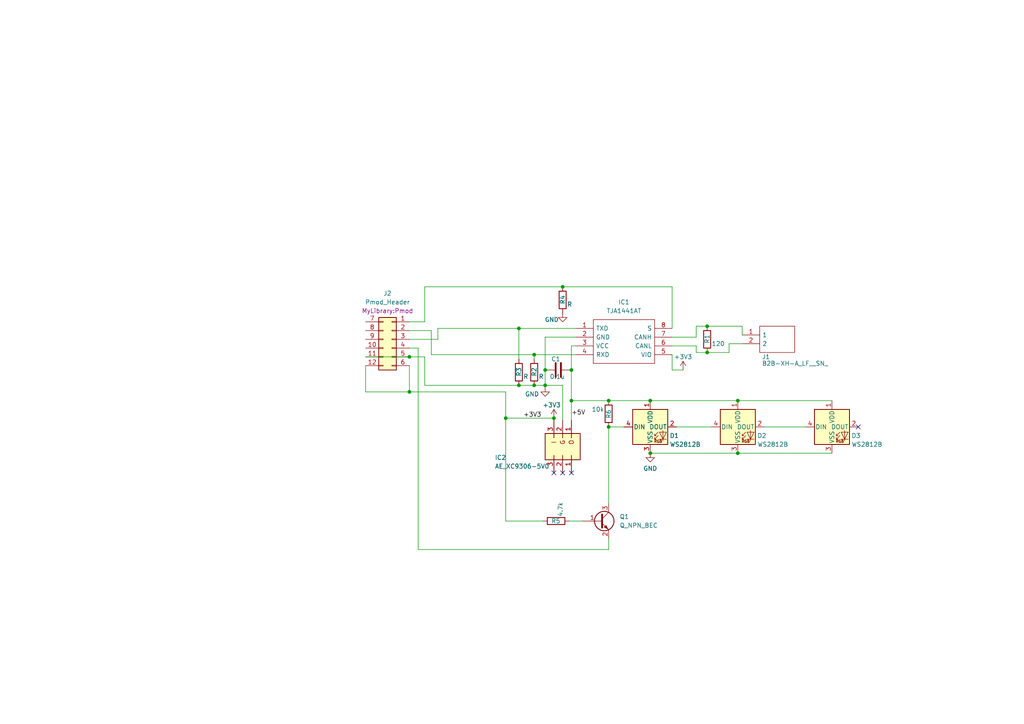
<source format=kicad_sch>
(kicad_sch (version 20230121) (generator eeschema)
  (paper "A4")
  (lib_symbols
    (symbol "Device:C" (pin_numbers hide) (pin_names (offset 0.254))
      (property "Reference" "C" (at 0.635 2.54 0))
      (property "Value" "C" (at 0.635 -2.54 0))
      (symbol "C_0_1"
        (polyline (pts (xy -2.032 -0.762) (xy 2.032 -0.762)) (stroke (width 0.508)))
        (polyline (pts (xy -2.032 0.762) (xy 2.032 0.762)) (stroke (width 0.508)))
      )
      (symbol "C_1_1"
        (pin passive line (at 0 3.81 270) (length 2.794) (name "~") (number "1"))
        (pin passive line (at 0 -3.81 90) (length 2.794) (name "~") (number "2"))
      )
    )
    (symbol "Device:Q_NPN_BEC" (pin_names (offset 0) hide)
      (property "Reference" "Q" (at 5.08 1.27 0))
      (property "Value" "Q_NPN_BEC" (at 5.08 -1.27 0))
      (symbol "Q_NPN_BEC_0_1"
        (polyline (pts (xy 0.635 0.635) (xy 2.54 2.54)))
        (polyline (pts (xy 0.635 -0.635) (xy 2.54 -2.54) (xy 2.54 -2.54)))
        (polyline (pts (xy 0.635 1.905) (xy 0.635 -1.905) (xy 0.635 -1.905)) (stroke (width 0.508)))
        (polyline (pts (xy 1.27 -1.778) (xy 1.778 -1.27) (xy 2.286 -2.286) (xy 1.27 -1.778) (xy 1.27 -1.778)) (fill (type outline)))
        (circle (center 1.27 0) (radius 2.8194) (stroke (width 0.254)))
      )
      (symbol "Q_NPN_BEC_1_1"
        (pin input line (at -5.08 0 0) (length 5.715) (name "B") (number "1"))
        (pin passive line (at 2.54 -5.08 90) (length 2.54) (name "E") (number "2"))
        (pin passive line (at 2.54 5.08 270) (length 2.54) (name "C") (number "3"))
      )
    )
    (symbol "Device:R" (pin_numbers hide) (pin_names (offset 0))
      (property "Reference" "R" (at 2.032 0 90))
      (property "Value" "R" (at 0 0 90))
      (symbol "R_0_1"
        (rectangle (start -1.016 -2.54) (end 1.016 2.54) (stroke (width 0.254)))
      )
      (symbol "R_1_1"
        (pin passive line (at 0 3.81 270) (length 1.27) (name "~") (number "1"))
        (pin passive line (at 0 -3.81 90) (length 1.27) (name "~") (number "2"))
      )
    )
    (symbol "LED:WS2812B" (pin_names (offset 0.254))
      (property "Reference" "D" (at 5.08 5.715 0))
      (property "Value" "WS2812B" (at 1.27 -5.715 0))
      (symbol "WS2812B_0_0"
        (text "RGB" (at 2.286 -4.191 0) (effects (font (size 0.762 0.762))))
      )
      (symbol "WS2812B_0_1"
        (polyline (pts (xy 1.27 -3.556) (xy 1.778 -3.556)))
        (polyline (pts (xy 1.27 -2.54) (xy 1.778 -2.54)))
        (polyline (pts (xy 4.699 -3.556) (xy 2.667 -3.556)))
        (polyline (pts (xy 2.286 -2.54) (xy 1.27 -3.556) (xy 1.27 -3.048)))
        (polyline (pts (xy 2.286 -1.524) (xy 1.27 -2.54) (xy 1.27 -2.032)))
        (polyline (pts (xy 3.683 -1.016) (xy 3.683 -3.556) (xy 3.683 -4.064)))
        (polyline (pts (xy 4.699 -1.524) (xy 2.667 -1.524) (xy 3.683 -3.556) (xy 4.699 -1.524)))
        (rectangle (start 5.08 5.08) (end -5.08 -5.08) (stroke (width 0.254)) (fill (type background)))
      )
      (symbol "WS2812B_1_1"
        (pin power_in line (at 0 7.62 270) (length 2.54) (name "VDD") (number "1"))
        (pin output line (at 7.62 0 180) (length 2.54) (name "DOUT") (number "2"))
        (pin power_in line (at 0 -7.62 90) (length 2.54) (name "VSS") (number "3"))
        (pin input line (at -7.62 0 0) (length 2.54) (name "DIN") (number "4"))
      )
    )
    (symbol "MyLibrary:Pmod_Header" (pin_names (offset 1.016) hide)
      (property "Reference" "J" (at 1.27 7.62 0))
      (property "Value" "Pmod_Header" (at 1.27 -10.16 0))
      (property "Footprint" "MyLibrary:Pmod" (at 0 0 0))
      (symbol "Pmod_Header_1_1"
        (rectangle (start -1.27 -7.493) (end 0 -7.747) (stroke (width 0.1524)))
        (rectangle (start -1.27 -4.953) (end 0 -5.207) (stroke (width 0.1524)))
        (rectangle (start -1.27 -2.413) (end 0 -2.667) (stroke (width 0.1524)))
        (rectangle (start -1.27 0.127) (end 0 -0.127) (stroke (width 0.1524)))
        (rectangle (start -1.27 2.667) (end 0 2.413) (stroke (width 0.1524)))
        (rectangle (start -1.27 5.207) (end 0 4.953) (stroke (width 0.1524)))
        (rectangle (start -1.27 6.35) (end 3.81 -8.89) (stroke (width 0.254)) (fill (type background)))
        (rectangle (start 3.81 -7.493) (end 2.54 -7.747) (stroke (width 0.1524)))
        (rectangle (start 3.81 -4.953) (end 2.54 -5.207) (stroke (width 0.1524)))
        (rectangle (start 3.81 -2.413) (end 2.54 -2.667) (stroke (width 0.1524)))
        (rectangle (start 3.81 0.127) (end 2.54 -0.127) (stroke (width 0.1524)))
        (rectangle (start 3.81 2.667) (end 2.54 2.413) (stroke (width 0.1524)))
        (rectangle (start 3.81 5.207) (end 2.54 4.953) (stroke (width 0.1524)))
        (pin passive line (at 7.62 5.08 180) (length 3.81) (name "Pin_1") (number "1"))
        (pin passive line (at -5.08 -2.54 0) (length 3.81) (name "Pin_10") (number "10"))
        (pin passive line (at -5.08 -5.08 0) (length 3.81) (name "Pin_11") (number "11"))
        (pin power_in line (at -5.08 -7.62 0) (length 3.81) (name "Pin_12") (number "12"))
        (pin passive line (at 7.62 2.54 180) (length 3.81) (name "Pin_2") (number "2"))
        (pin passive line (at 7.62 0 180) (length 3.81) (name "Pin_3") (number "3"))
        (pin passive line (at 7.62 -2.54 180) (length 3.81) (name "Pin_4") (number "4"))
        (pin passive line (at 7.62 -5.08 180) (length 3.81) (name "Pin_5") (number "5"))
        (pin power_in line (at 7.62 -7.62 180) (length 3.81) (name "Pin_6") (number "6"))
        (pin passive line (at -5.08 5.08 0) (length 3.81) (name "Pin_7") (number "7"))
        (pin passive line (at -5.08 2.54 0) (length 3.81) (name "Pin_8") (number "8"))
        (pin passive line (at -5.08 0 0) (length 3.81) (name "Pin_9") (number "9"))
      )
    )
    (symbol "New_Library:AE-XC9306-5V0" (pin_names (offset 0) hide)
      (property "Reference" "5V" (at 0 8.89 0))
      (property "Value" "AE_XC9306-5V0" (at 0 -3.81 0))
      (symbol "AE-XC9306-5V0_0_1"
        (rectangle (start -3.81 7.62) (end 3.81 -2.54) (stroke (width 0.254)) (fill (type background)))
      )
      (symbol "AE-XC9306-5V0_1_1"
        (text "G" (at -1.27 2.54 0) (effects (font (size 1.27 1.27))))
        (text "I" (at -1.27 0 0) (effects (font (size 1.27 1.27))))
        (text "O" (at -1.27 5.08 0) (effects (font (size 1.27 1.27))))
        (pin power_out line (at 7.62 5.08 180) (length 5.08) (name "O") (number "1"))
        (pin power_out line (at -7.62 5.08 0) (length 5.08) (name "~") (number "1"))
        (pin passive line (at -7.62 2.54 0) (length 5.08) (name "G") (number "2"))
        (pin passive line (at 7.62 2.54 180) (length 5.08) (name "G") (number "2"))
        (pin power_in line (at 7.62 0 180) (length 5.08) (name "I") (number "3"))
        (pin power_in line (at -7.62 0 0) (length 5.08) (name "~") (number "3"))
      )
    )
    (symbol "power:+3V3" (power) (pin_names (offset 0))
      (property "Value" "+3V3" (at 0 3.556 0))
      (symbol "+3V3_0_1"
        (polyline (pts (xy -0.762 1.27) (xy 0 2.54)))
        (polyline (pts (xy 0 0) (xy 0 2.54)))
        (polyline (pts (xy 0 2.54) (xy 0.762 1.27)))
      )
      (symbol "+3V3_1_1"
        (pin power_in line (at 0 0 90) (length 0) hide (name "+3V3") (number "1"))
      )
    )
    (symbol "power:GND" (power) (pin_names (offset 0))
      (property "Value" "GND" (at 0 -3.81 0))
      (symbol "GND_0_1"
        (polyline (pts (xy 0 0) (xy 0 -1.27) (xy 1.27 -1.27) (xy 0 -2.54) (xy -1.27 -1.27) (xy 0 -1.27)))
      )
      (symbol "GND_1_1"
        (pin power_in line (at 0 0 270) (length 0) hide (name "GND") (number "1"))
      )
    )
    (symbol "samacsys:B2B-XH-A_LF__SN_" (pin_names (offset 0.762))
      (property "Reference" "J" (at 16.51 7.62 0))
      (property "Value" "B2B-XH-A_LF__SN_" (at 16.51 5.08 0))
      (symbol "B2B-XH-A_LF__SN__0_0"
        (pin passive line (at 0 0 0) (length 5.08) (name "1") (number "1"))
        (pin passive line (at 0 -2.54 0) (length 5.08) (name "2") (number "2"))
      )
      (symbol "B2B-XH-A_LF__SN__0_1"
        (polyline (pts (xy 5.08 2.54) (xy 15.24 2.54) (xy 15.24 -5.08) (xy 5.08 -5.08) (xy 5.08 2.54)) (stroke (width 0.1524)))
      )
    )
    (symbol "samacsys:TJA1441BT_0Z" (pin_names (offset 0.762))
      (property "Reference" "IC1" (at 13.97 7.62 0))
      (property "Value" "TJA1441AT" (at 13.97 5.08 0))
      (symbol "TJA1441BT_0Z_0_0"
        (pin passive line (at 0 0 0) (length 5.08) (name "TXD") (number "1"))
        (pin passive line (at 0 -2.54 0) (length 5.08) (name "GND") (number "2"))
        (pin passive line (at 0 -5.08 0) (length 5.08) (name "VCC") (number "3"))
        (pin passive line (at 0 -7.62 0) (length 5.08) (name "RXD") (number "4"))
        (pin passive line (at 27.94 -5.08 180) (length 5.08) (name "CANL") (number "6"))
        (pin passive line (at 27.94 -2.54 180) (length 5.08) (name "CANH") (number "7"))
        (pin passive line (at 27.94 0 180) (length 5.08) (name "S") (number "8"))
      )
      (symbol "TJA1441BT_0Z_0_1"
        (polyline (pts (xy 5.08 2.54) (xy 22.86 2.54) (xy 22.86 -10.16) (xy 5.08 -10.16) (xy 5.08 2.54)) (stroke (width 0.1524)))
      )
      (symbol "TJA1441BT_0Z_1_0"
        (pin input line (at 27.94 -7.62 180) (length 5.08) (name "VIO") (number "5"))
      )
    )
  )
  (junction (at 146.685 121.285))
  (junction (at 176.53 116.205))
  (junction (at 165.735 116.205))
  (junction (at 165.735 107.315))
  (junction (at 150.495 95.25))
  (junction (at 188.595 116.205))
  (junction (at 213.995 131.445))
  (junction (at 176.53 123.825))
  (junction (at 213.995 116.205))
  (junction (at 205.105 94.615))
  (junction (at 158.115 111.76))
  (junction (at 154.94 102.87))
  (junction (at 163.195 83.185))
  (junction (at 205.105 102.235))
  (junction (at 160.655 121.285))
  (junction (at 150.495 111.76))
  (junction (at 188.595 131.445))
  (junction (at 118.745 103.505))
  (junction (at 118.745 113.665))
  (junction (at 154.94 111.76))
  (junction (at 158.115 107.315))
  (no_connect (at 165.735 137.16))
  (no_connect (at 160.655 137.16))
  (no_connect (at 248.92 123.825))
  (no_connect (at 163.195 137.16))
  (wire (pts (xy 163.195 121.92) (xy 163.195 111.76)))
  (wire (pts (xy 150.495 95.25) (xy 150.495 104.14)))
  (wire (pts (xy 205.105 102.235) (xy 211.455 102.235)))
  (wire (pts (xy 118.745 113.665) (xy 118.745 106.045)))
  (wire (pts (xy 163.195 83.185) (xy 194.945 83.185)))
  (wire (pts (xy 215.265 94.615) (xy 215.265 97.155)))
  (wire (pts (xy 121.285 159.385) (xy 176.53 159.385)))
  (wire (pts (xy 106.045 103.505) (xy 118.745 103.505)))
  (wire (pts (xy 118.745 98.425) (xy 127 98.425)))
  (wire (pts (xy 127 95.25) (xy 127 98.425)))
  (wire (pts (xy 221.615 123.825) (xy 233.68 123.825)))
  (wire (pts (xy 165.735 107.315) (xy 165.735 116.205)))
  (wire (pts (xy 201.93 100.33) (xy 201.93 102.235)))
  (wire (pts (xy 165.735 100.33) (xy 165.735 107.315)))
  (wire (pts (xy 176.53 116.205) (xy 188.595 116.205)))
  (wire (pts (xy 201.93 94.615) (xy 205.105 94.615)))
  (wire (pts (xy 154.94 111.76) (xy 158.115 111.76)))
  (wire (pts (xy 154.94 102.87) (xy 154.94 104.14)))
  (wire (pts (xy 211.455 99.695) (xy 215.265 99.695)))
  (wire (pts (xy 165.735 116.205) (xy 165.735 121.92)))
  (wire (pts (xy 158.115 111.76) (xy 158.115 112.395)))
  (wire (pts (xy 205.105 94.615) (xy 215.265 94.615)))
  (wire (pts (xy 154.94 102.87) (xy 167.005 102.87)))
  (wire (pts (xy 194.945 97.79) (xy 201.93 97.79)))
  (wire (pts (xy 118.745 100.965) (xy 121.285 100.965)))
  (wire (pts (xy 125.095 102.87) (xy 154.94 102.87)))
  (wire (pts (xy 213.995 116.205) (xy 241.3 116.205)))
  (wire (pts (xy 158.115 107.315) (xy 158.115 111.76)))
  (wire (pts (xy 201.93 102.235) (xy 205.105 102.235)))
  (wire (pts (xy 125.095 95.885) (xy 125.095 102.87)))
  (wire (pts (xy 165.735 116.205) (xy 176.53 116.205)))
  (wire (pts (xy 123.19 103.505) (xy 118.745 103.505)))
  (wire (pts (xy 146.685 151.13) (xy 146.685 121.285)))
  (wire (pts (xy 194.945 95.25) (xy 194.945 83.185)))
  (wire (pts (xy 150.495 95.25) (xy 167.005 95.25)))
  (wire (pts (xy 158.115 97.79) (xy 158.115 107.315)))
  (wire (pts (xy 123.19 93.345) (xy 118.745 93.345)))
  (wire (pts (xy 123.19 83.185) (xy 123.19 93.345)))
  (wire (pts (xy 146.685 121.285) (xy 146.685 113.665)))
  (wire (pts (xy 194.945 102.87) (xy 194.945 107.315)))
  (wire (pts (xy 188.595 116.205) (xy 213.995 116.205)))
  (wire (pts (xy 123.19 111.76) (xy 150.495 111.76)))
  (wire (pts (xy 121.285 100.965) (xy 121.285 159.385)))
  (wire (pts (xy 160.655 121.285) (xy 146.685 121.285)))
  (wire (pts (xy 158.115 97.79) (xy 167.005 97.79)))
  (wire (pts (xy 196.215 123.825) (xy 206.375 123.825)))
  (wire (pts (xy 176.53 123.825) (xy 180.975 123.825)))
  (wire (pts (xy 201.93 97.79) (xy 201.93 94.615)))
  (wire (pts (xy 167.005 100.33) (xy 165.735 100.33)))
  (wire (pts (xy 150.495 111.76) (xy 154.94 111.76)))
  (wire (pts (xy 157.48 151.13) (xy 146.685 151.13)))
  (wire (pts (xy 163.195 111.76) (xy 158.115 111.76)))
  (wire (pts (xy 127 95.25) (xy 150.495 95.25)))
  (wire (pts (xy 160.655 121.285) (xy 160.655 121.92)))
  (wire (pts (xy 106.045 106.045) (xy 106.045 113.665)))
  (wire (pts (xy 123.19 83.185) (xy 163.195 83.185)))
  (wire (pts (xy 165.1 151.13) (xy 168.91 151.13)))
  (wire (pts (xy 176.53 123.825) (xy 176.53 146.05)))
  (wire (pts (xy 106.045 113.665) (xy 118.745 113.665)))
  (wire (pts (xy 118.745 113.665) (xy 146.685 113.665)))
  (wire (pts (xy 194.945 107.315) (xy 198.12 107.315)))
  (wire (pts (xy 188.595 131.445) (xy 213.995 131.445)))
  (wire (pts (xy 123.19 111.76) (xy 123.19 103.505)))
  (wire (pts (xy 176.53 159.385) (xy 176.53 156.21)))
  (wire (pts (xy 213.995 131.445) (xy 241.3 131.445)))
  (wire (pts (xy 125.095 95.885) (xy 118.745 95.885)))
  (wire (pts (xy 211.455 102.235) (xy 211.455 99.695)))
  (wire (pts (xy 194.945 100.33) (xy 201.93 100.33)))
  (label "+3V3" (at 151.765 121.285 0))
  (label "+5V" (at 165.735 120.65 0))
  (symbol (lib_id "Device:R") (at 161.29 151.13 90) (unit 1)
    (property "Reference" "R5" (at 162.56 151.13 90) (effects (justify left)))
    (property "Value" "4.7k" (at 162.56 149.86 0) (effects (justify left)))
    (property "Footprint" "Resistor_SMD:R_0603_1608Metric_Pad0.98x0.95mm_HandSolder" (effects hide))
  )
  (symbol (lib_id "power:+3V3") (at 198.12 107.315 0) (unit 1)
    (property "Reference" "#PWR03" (effects hide))
    (property "Value" "+3V3" (at 198.12 103.505 0))
  )
  (symbol (lib_id "power:+3V3") (at 160.655 121.285 0) (unit 1)
    (property "Reference" "#PWR02" (effects hide))
    (property "Value" "+3V3" (at 160.02 117.475 0))
  )
  (symbol (lib_id "LED:WS2812B") (at 213.995 123.825 0) (unit 1)
    (property "Reference" "D2" (at 220.98 126.365 0))
    (property "Value" "WS2812B" (at 224.155 128.905 0))
    (property "Footprint" "LED_SMD:LED_WS2812B_PLCC4_5.0x5.0mm_P3.2mm" (effects hide))
    (property "Datasheet" "https://cdn-shop.adafruit.com/datasheets/WS2812B.pdf" (effects hide))
  )
  (symbol (lib_id "samacsys:B2B-XH-A_LF__SN_") (at 215.265 97.155 0) (unit 1)
    (property "Reference" "J1" (at 220.98 103.505 0) (effects (justify left)))
    (property "Value" "B2B-XH-A_LF__SN_" (at 220.98 105.41 0) (effects (justify left)))
    (property "Footprint" "SamacSys_Parts:SHDR2W64P0X250_1X2_740X575X700P" (effects hide))
    (property "Datasheet" "http://uk.rs-online.com/web/p/products/8201554P" (effects hide))
    (property "Description" "Connector Header Through Hole 2 position 0.098\" (2.50mm)" (effects hide))
    (property "Height" "7" (effects hide))
    (property "RS Part Number" "8201554P" (effects hide))
    (property "RS Price/Stock" "http://uk.rs-online.com/web/p/products/8201554P" (effects hide))
    (property "Manufacturer_Name" "JST (JAPAN SOLDERLESS TERMINALS)" (effects hide))
    (property "Manufacturer_Part_Number" "B2B-XH-A(LF)(SN)" (effects hide))
  )
  (symbol (lib_id "LED:WS2812B") (at 188.595 123.825 0) (unit 1)
    (property "Reference" "D1" (at 195.58 126.365 0))
    (property "Value" "WS2812B" (at 198.755 128.905 0))
    (property "Footprint" "Resistor_THT:R_Axial_DIN0309_L9.0mm_D3.2mm_P2.54mm_Vertical" (effects hide))
    (property "Datasheet" "https://cdn-shop.adafruit.com/datasheets/WS2812B.pdf" (effects hide))
  )
  (symbol (lib_id "power:GND") (at 163.195 90.805 0) (unit 1)
    (property "Reference" "#PWR04" (effects hide))
    (property "Value" "GND" (at 160.02 92.71 0))
  )
  (symbol (lib_id "Device:R") (at 150.495 107.95 0) (unit 1)
    (property "Reference" "R3" (at 150.495 109.22 90) (effects (justify left)))
    (property "Value" "R" (at 151.765 109.22 0) (effects (justify left)))
    (property "Footprint" "Resistor_SMD:R_0603_1608Metric_Pad0.98x0.95mm_HandSolder" (effects hide))
  )
  (symbol (lib_id "power:GND") (at 158.115 112.395 0) (unit 1)
    (property "Reference" "#PWR01" (effects hide))
    (property "Value" "GND" (at 154.305 114.3 0))
  )
  (symbol (lib_id "Device:R") (at 176.53 120.015 180) (unit 1)
    (property "Reference" "R6" (at 176.53 118.745 90) (effects (justify left)))
    (property "Value" "10k" (at 175.26 118.745 0) (effects (justify left)))
    (property "Footprint" "Resistor_SMD:R_0603_1608Metric_Pad0.98x0.95mm_HandSolder" (effects hide))
  )
  (symbol (lib_id "Device:Q_NPN_BEC") (at 173.99 151.13 0) (unit 1)
    (property "Reference" "Q1" (at 179.705 149.86 0) (effects (justify left)))
    (property "Value" "Q_NPN_BEC" (at 179.705 152.4 0) (effects (justify left)))
    (property "Footprint" "Package_TO_SOT_SMD:SC-59_Handsoldering" (effects hide))
  )
  (symbol (lib_id "MyLibrary:Pmod_Header") (at 111.125 98.425 0) (unit 1)
    (property "Reference" "J2" (at 112.395 85.09 0))
    (property "Value" "Pmod_Header" (at 112.395 87.63 0))
    (property "Footprint" "MyLibrary:Pmod" (at 112.395 90.17 0))
  )
  (symbol (lib_id "Device:R") (at 154.94 107.95 0) (unit 1)
    (property "Reference" "R2" (at 154.94 109.22 90) (effects (justify left)))
    (property "Value" "R" (at 156.21 109.22 0) (effects (justify left)))
    (property "Footprint" "Resistor_SMD:R_0603_1608Metric_Pad0.98x0.95mm_HandSolder" (effects hide))
  )
  (symbol (lib_id "samacsys:TJA1441BT_0Z") (at 167.005 95.25 0) (unit 1)
    (property "Reference" "IC1" (at 180.975 87.63 0))
    (property "Value" "TJA1441AT" (at 180.975 90.17 0))
    (property "Footprint" "SamacSys_Parts:SOIC127P600X175-8N" (effects hide))
    (property "Datasheet" "https://componentsearchengine.com/Datasheets/2/TJA1441BT_0Z.pdf" (effects hide))
    (property "Description" "NXP - TJA1441BT/0Z - CAN Bus, CAN, 4.5 V, 5.5 V, SOIC" (effects hide))
    (property "Height" "1.75" (effects hide))
    (property "Manufacturer_Name" "NXP" (effects hide))
    (property "Manufacturer_Part_Number" "TJA1441AT" (effects hide))
  )
  (symbol (lib_id "power:GND") (at 188.595 131.445 0) (unit 1)
    (property "Reference" "#PWR05" (effects hide))
    (property "Value" "GND" (at 188.595 135.89 0))
  )
  (symbol (lib_id "LED:WS2812B") (at 241.3 123.825 0) (unit 1)
    (property "Reference" "D3" (at 248.285 126.365 0))
    (property "Value" "WS2812B" (at 251.46 128.905 0))
    (property "Footprint" "LED_SMD:LED_WS2812B_PLCC4_5.0x5.0mm_P3.2mm" (effects hide))
    (property "Datasheet" "https://cdn-shop.adafruit.com/datasheets/WS2812B.pdf" (effects hide))
  )
  (symbol (lib_id "Device:R") (at 163.195 86.995 0) (unit 1)
    (property "Reference" "R4" (at 163.195 88.265 90) (effects (justify left)))
    (property "Value" "R" (at 164.465 88.265 0) (effects (justify left)))
    (property "Footprint" "Resistor_SMD:R_0603_1608Metric_Pad0.98x0.95mm_HandSolder" (effects hide))
  )
  (symbol (lib_id "Device:C") (at 161.925 107.315 90) (unit 1)
    (property "Reference" "C1" (at 162.56 104.14 90) (effects (justify left)))
    (property "Value" "0.1u" (at 163.83 109.22 90) (effects (justify left)))
    (property "Footprint" "Capacitor_SMD:C_0603_1608Metric_Pad1.08x0.95mm_HandSolder" (effects hide))
  )
  (symbol (lib_id "New_Library:AE-XC9306-5V0") (at 160.655 129.54 270) (unit 1)
    (property "Reference" "IC2" (at 143.51 132.715 90) (effects (justify left)))
    (property "Value" "AE_XC9306-5V0" (at 143.51 135.255 90) (effects (justify left)))
    (property "Footprint" "Library:AE-XC9306-5V0" (effects hide))
  )
  (symbol (lib_id "Device:R") (at 205.105 98.425 0) (unit 1)
    (property "Reference" "R1" (at 205.105 99.695 90) (effects (justify left)))
    (property "Value" "120" (at 206.375 99.695 0) (effects (justify left)))
    (property "Footprint" "Resistor_THT:R_Axial_DIN0309_L9.0mm_D3.2mm_P2.54mm_Vertical" (effects hide))
  )
)
</source>
